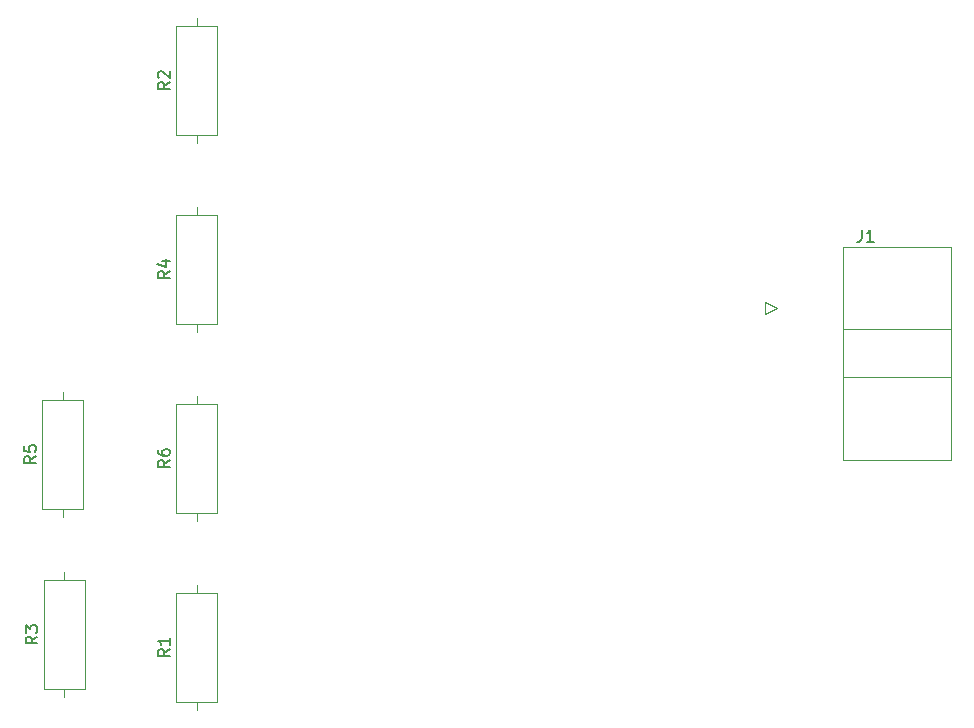
<source format=gbr>
%TF.GenerationSoftware,KiCad,Pcbnew,(5.1.12)-1*%
%TF.CreationDate,2022-04-29T07:41:31-07:00*%
%TF.ProjectId,LED_BOARD_V1,4c45445f-424f-4415-9244-5f56312e6b69,rev?*%
%TF.SameCoordinates,Original*%
%TF.FileFunction,Legend,Top*%
%TF.FilePolarity,Positive*%
%FSLAX46Y46*%
G04 Gerber Fmt 4.6, Leading zero omitted, Abs format (unit mm)*
G04 Created by KiCad (PCBNEW (5.1.12)-1) date 2022-04-29 07:41:31*
%MOMM*%
%LPD*%
G01*
G04 APERTURE LIST*
%ADD10C,0.120000*%
%ADD11C,0.150000*%
G04 APERTURE END LIST*
D10*
%TO.C,R6*%
X160740000Y-95390000D02*
X160740000Y-96080000D01*
X160740000Y-106010000D02*
X160740000Y-105320000D01*
X159020000Y-96080000D02*
X159020000Y-105320000D01*
X162460000Y-96080000D02*
X159020000Y-96080000D01*
X162460000Y-105320000D02*
X162460000Y-96080000D01*
X159020000Y-105320000D02*
X162460000Y-105320000D01*
%TO.C,R5*%
X149410000Y-95060000D02*
X149410000Y-95750000D01*
X149410000Y-105680000D02*
X149410000Y-104990000D01*
X147690000Y-95750000D02*
X147690000Y-104990000D01*
X151130000Y-95750000D02*
X147690000Y-95750000D01*
X151130000Y-104990000D02*
X151130000Y-95750000D01*
X147690000Y-104990000D02*
X151130000Y-104990000D01*
%TO.C,R4*%
X160740000Y-79390000D02*
X160740000Y-80080000D01*
X160740000Y-90010000D02*
X160740000Y-89320000D01*
X159020000Y-80080000D02*
X159020000Y-89320000D01*
X162460000Y-80080000D02*
X159020000Y-80080000D01*
X162460000Y-89320000D02*
X162460000Y-80080000D01*
X159020000Y-89320000D02*
X162460000Y-89320000D01*
%TO.C,R3*%
X149540000Y-110320000D02*
X149540000Y-111010000D01*
X149540000Y-120940000D02*
X149540000Y-120250000D01*
X147820000Y-111010000D02*
X147820000Y-120250000D01*
X151260000Y-111010000D02*
X147820000Y-111010000D01*
X151260000Y-120250000D02*
X151260000Y-111010000D01*
X147820000Y-120250000D02*
X151260000Y-120250000D01*
%TO.C,R2*%
X160740000Y-63390000D02*
X160740000Y-64080000D01*
X160740000Y-74010000D02*
X160740000Y-73320000D01*
X159020000Y-64080000D02*
X159020000Y-73320000D01*
X162460000Y-64080000D02*
X159020000Y-64080000D01*
X162460000Y-73320000D02*
X162460000Y-64080000D01*
X159020000Y-73320000D02*
X162460000Y-73320000D01*
%TO.C,R1*%
X160740000Y-111390000D02*
X160740000Y-112080000D01*
X160740000Y-122010000D02*
X160740000Y-121320000D01*
X159020000Y-112080000D02*
X159020000Y-121320000D01*
X162460000Y-112080000D02*
X159020000Y-112080000D01*
X162460000Y-121320000D02*
X162460000Y-112080000D01*
X159020000Y-121320000D02*
X162460000Y-121320000D01*
%TO.C,J1*%
X208850000Y-88500000D02*
X209850000Y-88000000D01*
X208850000Y-87500000D02*
X208850000Y-88500000D01*
X209850000Y-88000000D02*
X208850000Y-87500000D01*
X215470000Y-100830000D02*
X215470000Y-82790000D01*
X224590000Y-100830000D02*
X215470000Y-100830000D01*
X224590000Y-82790000D02*
X224590000Y-100830000D01*
X215470000Y-82790000D02*
X224590000Y-82790000D01*
X215470000Y-93860000D02*
X224590000Y-93860000D01*
X215470000Y-89760000D02*
X224590000Y-89760000D01*
%TO.C,R6*%
D11*
X158472380Y-100866666D02*
X157996190Y-101200000D01*
X158472380Y-101438095D02*
X157472380Y-101438095D01*
X157472380Y-101057142D01*
X157520000Y-100961904D01*
X157567619Y-100914285D01*
X157662857Y-100866666D01*
X157805714Y-100866666D01*
X157900952Y-100914285D01*
X157948571Y-100961904D01*
X157996190Y-101057142D01*
X157996190Y-101438095D01*
X157472380Y-100009523D02*
X157472380Y-100200000D01*
X157520000Y-100295238D01*
X157567619Y-100342857D01*
X157710476Y-100438095D01*
X157900952Y-100485714D01*
X158281904Y-100485714D01*
X158377142Y-100438095D01*
X158424761Y-100390476D01*
X158472380Y-100295238D01*
X158472380Y-100104761D01*
X158424761Y-100009523D01*
X158377142Y-99961904D01*
X158281904Y-99914285D01*
X158043809Y-99914285D01*
X157948571Y-99961904D01*
X157900952Y-100009523D01*
X157853333Y-100104761D01*
X157853333Y-100295238D01*
X157900952Y-100390476D01*
X157948571Y-100438095D01*
X158043809Y-100485714D01*
%TO.C,R5*%
X147142380Y-100536666D02*
X146666190Y-100870000D01*
X147142380Y-101108095D02*
X146142380Y-101108095D01*
X146142380Y-100727142D01*
X146190000Y-100631904D01*
X146237619Y-100584285D01*
X146332857Y-100536666D01*
X146475714Y-100536666D01*
X146570952Y-100584285D01*
X146618571Y-100631904D01*
X146666190Y-100727142D01*
X146666190Y-101108095D01*
X146142380Y-99631904D02*
X146142380Y-100108095D01*
X146618571Y-100155714D01*
X146570952Y-100108095D01*
X146523333Y-100012857D01*
X146523333Y-99774761D01*
X146570952Y-99679523D01*
X146618571Y-99631904D01*
X146713809Y-99584285D01*
X146951904Y-99584285D01*
X147047142Y-99631904D01*
X147094761Y-99679523D01*
X147142380Y-99774761D01*
X147142380Y-100012857D01*
X147094761Y-100108095D01*
X147047142Y-100155714D01*
%TO.C,R4*%
X158472380Y-84866666D02*
X157996190Y-85200000D01*
X158472380Y-85438095D02*
X157472380Y-85438095D01*
X157472380Y-85057142D01*
X157520000Y-84961904D01*
X157567619Y-84914285D01*
X157662857Y-84866666D01*
X157805714Y-84866666D01*
X157900952Y-84914285D01*
X157948571Y-84961904D01*
X157996190Y-85057142D01*
X157996190Y-85438095D01*
X157805714Y-84009523D02*
X158472380Y-84009523D01*
X157424761Y-84247619D02*
X158139047Y-84485714D01*
X158139047Y-83866666D01*
%TO.C,R3*%
X147272380Y-115796666D02*
X146796190Y-116130000D01*
X147272380Y-116368095D02*
X146272380Y-116368095D01*
X146272380Y-115987142D01*
X146320000Y-115891904D01*
X146367619Y-115844285D01*
X146462857Y-115796666D01*
X146605714Y-115796666D01*
X146700952Y-115844285D01*
X146748571Y-115891904D01*
X146796190Y-115987142D01*
X146796190Y-116368095D01*
X146272380Y-115463333D02*
X146272380Y-114844285D01*
X146653333Y-115177619D01*
X146653333Y-115034761D01*
X146700952Y-114939523D01*
X146748571Y-114891904D01*
X146843809Y-114844285D01*
X147081904Y-114844285D01*
X147177142Y-114891904D01*
X147224761Y-114939523D01*
X147272380Y-115034761D01*
X147272380Y-115320476D01*
X147224761Y-115415714D01*
X147177142Y-115463333D01*
%TO.C,R2*%
X158472380Y-68866666D02*
X157996190Y-69200000D01*
X158472380Y-69438095D02*
X157472380Y-69438095D01*
X157472380Y-69057142D01*
X157520000Y-68961904D01*
X157567619Y-68914285D01*
X157662857Y-68866666D01*
X157805714Y-68866666D01*
X157900952Y-68914285D01*
X157948571Y-68961904D01*
X157996190Y-69057142D01*
X157996190Y-69438095D01*
X157567619Y-68485714D02*
X157520000Y-68438095D01*
X157472380Y-68342857D01*
X157472380Y-68104761D01*
X157520000Y-68009523D01*
X157567619Y-67961904D01*
X157662857Y-67914285D01*
X157758095Y-67914285D01*
X157900952Y-67961904D01*
X158472380Y-68533333D01*
X158472380Y-67914285D01*
%TO.C,R1*%
X158472380Y-116866666D02*
X157996190Y-117200000D01*
X158472380Y-117438095D02*
X157472380Y-117438095D01*
X157472380Y-117057142D01*
X157520000Y-116961904D01*
X157567619Y-116914285D01*
X157662857Y-116866666D01*
X157805714Y-116866666D01*
X157900952Y-116914285D01*
X157948571Y-116961904D01*
X157996190Y-117057142D01*
X157996190Y-117438095D01*
X158472380Y-115914285D02*
X158472380Y-116485714D01*
X158472380Y-116200000D02*
X157472380Y-116200000D01*
X157615238Y-116295238D01*
X157710476Y-116390476D01*
X157758095Y-116485714D01*
%TO.C,J1*%
X217081666Y-81352380D02*
X217081666Y-82066666D01*
X217034047Y-82209523D01*
X216938809Y-82304761D01*
X216795952Y-82352380D01*
X216700714Y-82352380D01*
X218081666Y-82352380D02*
X217510238Y-82352380D01*
X217795952Y-82352380D02*
X217795952Y-81352380D01*
X217700714Y-81495238D01*
X217605476Y-81590476D01*
X217510238Y-81638095D01*
%TD*%
M02*

</source>
